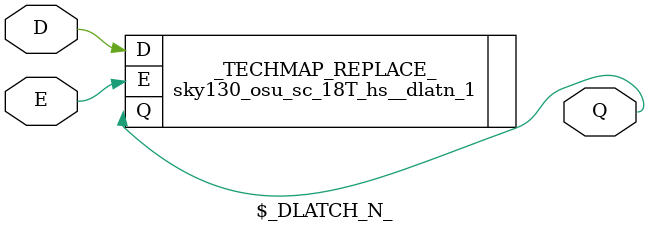
<source format=v>
module $_DLATCH_P_(input E, input D, output Q);
    sky130_osu_sc_18T_hs__dlat_1 _TECHMAP_REPLACE_ (
        .D(D),
        .E(E),
        .Q(Q)
        );
endmodule

module $_DLATCH_N_(input E, input D, output Q);
    sky130_osu_sc_18T_hs__dlatn_1 _TECHMAP_REPLACE_ (
        .D(D),
        .E(E),
        .Q(Q)
        );
endmodule

</source>
